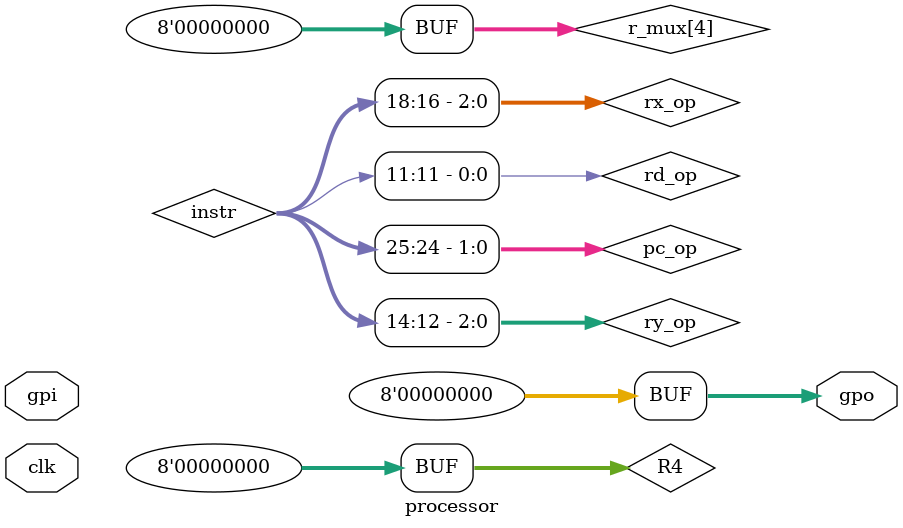
<source format=v>
`timescale 1ns / 1ps


module processor(
    input clk,
    input [7:0]gpi,
    output [7:0]gpo
);

// Memory Blocks
wire [7:0]alu_res;    
wire [7:0]data;    
d_mem data_memory
(
  .address(alu_res),
  .data(data)
);

wire [7:0]pc_addr;    
wire [31:0]instr;
i_mem instruction_memory
(
  .address(pc_addr),
  .data(instr)
);

wire [1:0]pc_op;
wire [1:0]alu_op;
wire [2:0]rx_op;
wire imm_op;
wire [2:0]ry_op;
wire rd_op;
wire [2:0]d_op;
wire [7:0]imm;

assign pc_op = instr[25:24];
assign alu_op = instr[21:20];
assign rx_op = instr[18:16];
assign imm_op = instr[15];
assign ry_op = instr[14:12];
assign rd_op = instr[11];
assign d_op = instr[10:8];
assign imm = instr[7:0];

// RD_MUX
wire [7:0]rd_mux;
assign rd_mux = rd_op ? data : alu_res;

// PC_MUX ( logic in always @(posedge clk))
//wire [7:0]pc_mux;
wire jump_flag;
//assign pc_mux = jump_flag ? alu_res : R7+1; 

reg [7:0]R0 = 0;
reg [7:0]R1 = 0;
reg [7:0]R2 = 0;
reg [7:0]R3 = 0;
reg [7:0]R4 = 0;
reg [7:0]R5 = 0;
reg [7:0]R6 = 0;
reg [7:0]R7 = 0;

always @(posedge clk)
begin
    R0 <= (d_op == 0) ? rd_mux : R0;
    R1 <= (d_op == 1) ? rd_mux : R1;
    R2 <= (d_op == 2) ? rd_mux : R2;
    R3 <= (d_op == 3) ? rd_mux : R3;
//    R4 <= (d_op == 4) ? rd_mux : R4;
//    R5 <= (d_op == 5) ? rd_mux : R5;
    R5 <= gpi;
    R6 <= (d_op == 6) ? 0 : R6;
    // PC MUX
    R7 <= (jump_flag) ? alu_res : R7+1;
end
assign gpo = R4;

assign pc_addr = R7;

wire [7:0] r_mux[7:0];
//wire [7:0] ry_mux[7:0];

assign r_mux[0] = R0;
assign r_mux[1] = R1; 
assign r_mux[2] = R2; 
assign r_mux[3] = R3; 
assign r_mux[4] = R4; 
assign r_mux[5] = R5; 
assign r_mux[6] = R6; 
assign r_mux[7] = R7;

//assign ry_mux[0] = R0;
//assign ry_mux[1] = R1; 
//assign ry_mux[2] = R2; 
//assign ry_mux[3] = R3; 
//assign ry_mux[4] = R4; 
//assign ry_mux[5] = R5; 
//assign ry_mux[6] = R6; 
//assign ry_mux[7] = R7;

// IMM MUX
wire [7:0]imm_mux;
assign imm_mux = imm_op ? imm : r_mux[ry_op];


// ALU MUX
wire [7:0]alu_mux[3:0];

assign alu_mux[0] = r_mux[rx_op] && imm_mux;
assign alu_mux[1] = r_mux[rx_op] + imm_mux;
assign alu_mux[2] = r_mux[rx_op] == 0;
assign alu_mux[3] = imm_mux;

assign alu_res = alu_mux[alu_op];

// JUMP CONDITION
wire cmp_res;
assign cmp_res = alu_mux[2];
reg jump_reg = 0;
always @(*) 
begin
    // no jump
    if(pc_op == 0)
    begin
        jump_reg = 0;
    end

    // jump
    if(pc_op == 1)
    begin
        jump_reg = 1;
    end
    
    // jnz
    if(pc_op == 2)
    begin 
        jump_reg = cmp_res != 0 ? 1 : 0;
    end
    
    // jz
    if(pc_op == 3)
    begin 
        jump_reg = cmp_res == 0 ? 1 : 0;
    end
end
assign jump_flag = jump_reg;

endmodule

</source>
